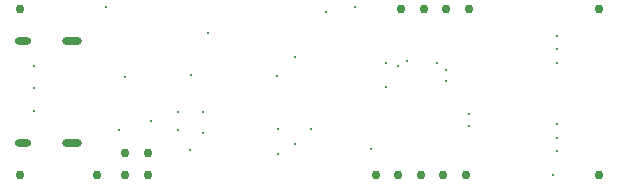
<source format=gbr>
%TF.GenerationSoftware,Altium Limited,Altium Designer,23.10.1 (27)*%
G04 Layer_Color=0*
%FSLAX45Y45*%
%MOMM*%
%TF.SameCoordinates,D187A3F4-093A-4DDC-863C-0592D449728B*%
%TF.FilePolarity,Positive*%
%TF.FileFunction,Plated,1,2,PTH,Drill*%
%TF.Part,Single*%
G01*
G75*
%TA.AperFunction,ComponentDrill*%
%ADD73O,1.40000X0.60000*%
%ADD74O,1.70000X0.60000*%
%TA.AperFunction,OtherDrill,Pad Free-15 (7.366mm,0.889mm)*%
%ADD75C,0.76200*%
%TA.AperFunction,OtherDrill,Pad Free-16 (9.779mm,0.889mm)*%
%ADD76C,0.76200*%
%TA.AperFunction,OtherDrill,Pad Free-25 (38.608mm,0.889mm)*%
%ADD77C,0.76200*%
%TA.AperFunction,OtherDrill,Pad Free-24 (36.703mm,0.889mm)*%
%ADD78C,0.76200*%
%TA.AperFunction,OtherDrill,Pad Free-23 (34.798mm,0.889mm)*%
%ADD79C,0.76200*%
%TA.AperFunction,OtherDrill,Pad Free-22 (32.893mm,0.889mm)*%
%ADD80C,0.76200*%
%TA.AperFunction,OtherDrill,Pad Free-21 (30.988mm,0.889mm)*%
%ADD81C,0.76200*%
%TA.AperFunction,OtherDrill,Pad Free-20 (38.862mm,14.986mm)*%
%ADD82C,0.76200*%
%TA.AperFunction,OtherDrill,Pad Free-19 (11.684mm,2.794mm)*%
%ADD83C,0.76200*%
%TA.AperFunction,OtherDrill,Pad Free-18 (9.779mm,2.794mm)*%
%ADD84C,0.76200*%
%TA.AperFunction,OtherDrill,Pad Free-17 (11.684mm,0.889mm)*%
%ADD85C,0.76200*%
%TA.AperFunction,OtherDrill,Pad Free-14 (36.957mm,14.986mm)*%
%ADD86C,0.76200*%
%TA.AperFunction,OtherDrill,Pad Free-13 (35.052mm,14.986mm)*%
%ADD87C,0.76200*%
%TA.AperFunction,OtherDrill,Pad Free-12 (33.147mm,14.986mm)*%
%ADD88C,0.76200*%
%TA.AperFunction,OtherDrill,Pad Free-11 (49.911mm,0.889mm)*%
%ADD89C,0.76200*%
%TA.AperFunction,OtherDrill,Pad Free-10 (0.889mm,14.986mm)*%
%ADD90C,0.76200*%
%TA.AperFunction,OtherDrill,Pad Free-9 (0.889mm,0.889mm)*%
%ADD91C,0.76200*%
%TA.AperFunction,OtherDrill,Pad Free-7 (49.911mm,14.986mm)*%
%ADD92C,0.76200*%
%TA.AperFunction,ViaDrill,NotFilled*%
%ADD93C,0.20320*%
%ADD94C,0.30480*%
D73*
X112100Y1225750D02*
D03*
Y361750D02*
D03*
D74*
X530100Y1225750D02*
D03*
Y361750D02*
D03*
D75*
X736600Y88900D02*
D03*
D76*
X977900D02*
D03*
D77*
X3860800D02*
D03*
D78*
X3670300D02*
D03*
D79*
X3479800D02*
D03*
D80*
X3289300D02*
D03*
D81*
X3098800D02*
D03*
D82*
X3886200Y1498600D02*
D03*
D83*
X1168400Y279400D02*
D03*
D84*
X977900D02*
D03*
D85*
X1168400Y88900D02*
D03*
D86*
X3695700Y1498600D02*
D03*
D87*
X3505200D02*
D03*
D88*
X3314700D02*
D03*
D89*
X4991100Y88900D02*
D03*
D90*
X88900Y1498600D02*
D03*
D91*
Y88900D02*
D03*
D92*
X4991100Y1498600D02*
D03*
D93*
X3365500Y1054100D02*
D03*
X2921000Y1511300D02*
D03*
X3695700Y889000D02*
D03*
X2260600Y927100D02*
D03*
X1193800Y546100D02*
D03*
X2679700Y1473200D02*
D03*
X1676400Y1295400D02*
D03*
X4597400Y88900D02*
D03*
X203200Y635000D02*
D03*
Y825500D02*
D03*
Y1016000D02*
D03*
X2273300Y265625D02*
D03*
X2413000Y355600D02*
D03*
X2552700Y482600D02*
D03*
X2273300D02*
D03*
X812800Y1510225D02*
D03*
X2413000Y1092200D02*
D03*
X1638300Y444500D02*
D03*
Y622300D02*
D03*
X1421325Y469900D02*
D03*
Y622300D02*
D03*
X4635500Y520700D02*
D03*
Y406400D02*
D03*
Y292100D02*
D03*
Y1041400D02*
D03*
Y1155700D02*
D03*
Y1270000D02*
D03*
X3886200Y508000D02*
D03*
Y609600D02*
D03*
X3695700Y977900D02*
D03*
X3619500Y1041400D02*
D03*
X3187700Y838200D02*
D03*
Y1041400D02*
D03*
X3289300Y1016000D02*
D03*
X3057744Y307496D02*
D03*
D94*
X975360Y917501D02*
D03*
X927100Y469900D02*
D03*
X1536700Y939800D02*
D03*
X1524000Y304800D02*
D03*
%TF.MD5,15a28294f664692250463b4afb9534e0*%
M02*

</source>
